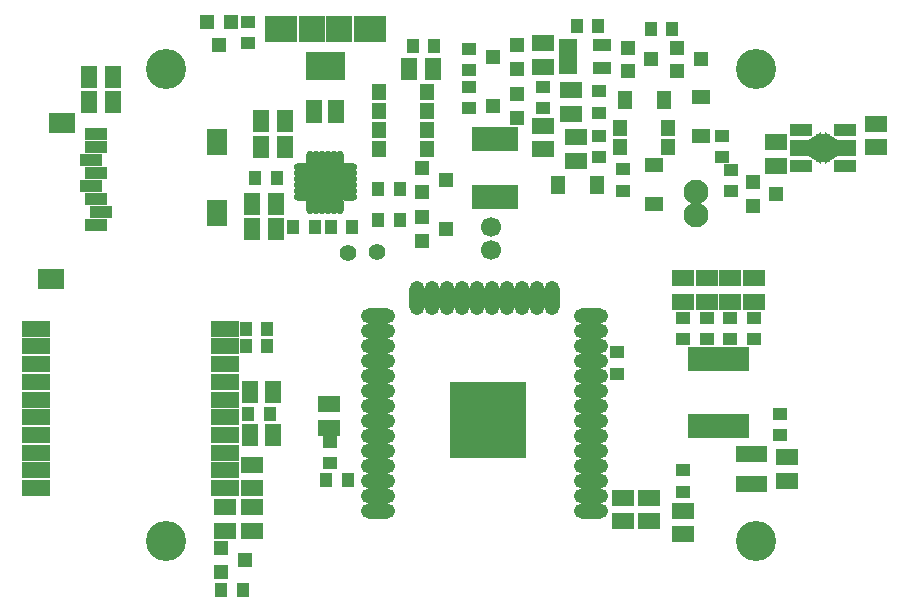
<source format=gbr>
G04 #@! TF.GenerationSoftware,KiCad,Pcbnew,(2017-11-24 revision a01d81e4b)-makepkg*
G04 #@! TF.CreationDate,2017-12-10T21:28:38-05:00*
G04 #@! TF.ProjectId,processor,70726F636573736F722E6B696361645F,rev?*
G04 #@! TF.SameCoordinates,Original*
G04 #@! TF.FileFunction,Soldermask,Top*
G04 #@! TF.FilePolarity,Negative*
%FSLAX46Y46*%
G04 Gerber Fmt 4.6, Leading zero omitted, Abs format (unit mm)*
G04 Created by KiCad (PCBNEW (2017-11-24 revision a01d81e4b)-makepkg) date 12/10/17 21:28:38*
%MOMM*%
%LPD*%
G01*
G04 APERTURE LIST*
%ADD10R,2.300000X1.800000*%
%ADD11R,1.800000X2.200000*%
%ADD12R,1.900000X1.100000*%
%ADD13O,0.650000X1.400000*%
%ADD14O,1.400000X0.650000*%
%ADD15R,2.850000X2.850000*%
%ADD16R,1.400000X1.900000*%
%ADD17C,3.400000*%
%ADD18R,0.750000X2.000000*%
%ADD19R,0.750000X1.400000*%
%ADD20C,1.400000*%
%ADD21O,2.900000X1.300000*%
%ADD22O,1.300000X2.900000*%
%ADD23R,6.400000X6.400000*%
%ADD24R,1.300000X1.100000*%
%ADD25R,1.100000X1.300000*%
%ADD26R,1.300000X1.200000*%
%ADD27R,1.300000X1.400000*%
%ADD28R,1.400000X0.800000*%
%ADD29R,0.800000X2.400000*%
%ADD30R,2.200000X2.300000*%
%ADD31R,2.700000X2.300000*%
%ADD32R,1.300000X1.600000*%
%ADD33R,1.600000X1.300000*%
%ADD34R,3.900000X2.000000*%
%ADD35C,1.700000*%
%ADD36C,2.100000*%
%ADD37R,1.500000X1.000000*%
%ADD38C,1.150000*%
%ADD39C,1.000000*%
%ADD40R,1.900000X1.400000*%
%ADD41R,1.200000X2.400000*%
%ADD42R,2.400000X1.400000*%
%ADD43R,1.200000X1.300000*%
G04 APERTURE END LIST*
D10*
X3700000Y-9600000D03*
X2800000Y-22800000D03*
D11*
X16800000Y-11200000D03*
X16800000Y-17200000D03*
D12*
X6600000Y-10500000D03*
X6600000Y-11600000D03*
X6200000Y-12700000D03*
X6600000Y-13800000D03*
X6200000Y-14900000D03*
X6600000Y-16000000D03*
X7000000Y-17100000D03*
X6600000Y-18200000D03*
D13*
X27250000Y-12600000D03*
X26750000Y-12600000D03*
X26250000Y-12600000D03*
X25750000Y-12600000D03*
X25250000Y-12600000D03*
X24750000Y-12600000D03*
D14*
X24000000Y-13350000D03*
X24000000Y-13850000D03*
X24000000Y-14350000D03*
X24000000Y-14850000D03*
X24000000Y-15350000D03*
X24000000Y-15850000D03*
D13*
X24750000Y-16600000D03*
X25250000Y-16600000D03*
X25750000Y-16600000D03*
X26250000Y-16600000D03*
X26750000Y-16600000D03*
X27250000Y-16600000D03*
D14*
X28000000Y-15850000D03*
X28000000Y-15350000D03*
X28000000Y-14850000D03*
X28000000Y-14350000D03*
X28000000Y-13850000D03*
X28000000Y-13350000D03*
D15*
X26000000Y-14600000D03*
D16*
X6000000Y-5700000D03*
X8000000Y-5700000D03*
D17*
X12500000Y-5000000D03*
D18*
X61575000Y-35200000D03*
X61575000Y-29600000D03*
X60925000Y-35200000D03*
X60925000Y-29600000D03*
X60275000Y-35200000D03*
X60275000Y-29600000D03*
X59625000Y-35200000D03*
X59625000Y-29600000D03*
X58975000Y-35200000D03*
X58975000Y-29600000D03*
X58325000Y-35200000D03*
X58325000Y-29600000D03*
X57675000Y-35200000D03*
X57675000Y-29600000D03*
X57025000Y-35200000D03*
X57025000Y-29600000D03*
D19*
X63075000Y-40150000D03*
X62425000Y-40150000D03*
X61775000Y-40150000D03*
X61125000Y-40150000D03*
X61125000Y-37650000D03*
X61775000Y-37650000D03*
X62425000Y-37650000D03*
X63075000Y-37650000D03*
D20*
X30400000Y-20500000D03*
D21*
X30500000Y-42400000D03*
X30500000Y-41130000D03*
X30500000Y-39860000D03*
X30500000Y-38590000D03*
X30500000Y-37320000D03*
X30500000Y-36050000D03*
X30500000Y-34780000D03*
X30500000Y-33510000D03*
X30500000Y-32240000D03*
X30500000Y-30970000D03*
X30500000Y-29700000D03*
X30500000Y-28430000D03*
X30500000Y-27160000D03*
X30500000Y-25890000D03*
D22*
X33785000Y-24400000D03*
X35055000Y-24400000D03*
X36325000Y-24400000D03*
X37595000Y-24400000D03*
X38865000Y-24400000D03*
X40135000Y-24400000D03*
X41405000Y-24400000D03*
X42675000Y-24400000D03*
X43945000Y-24400000D03*
X45215000Y-24400000D03*
D21*
X48500000Y-25890000D03*
X48500000Y-27160000D03*
X48500000Y-28430000D03*
X48500000Y-29700000D03*
X48500000Y-30970000D03*
X48500000Y-32240000D03*
X48500000Y-33510000D03*
X48500000Y-34780000D03*
X48500000Y-36050000D03*
X48500000Y-37320000D03*
X48500000Y-38590000D03*
X48500000Y-39860000D03*
X48500000Y-41130000D03*
X48500000Y-42400000D03*
D23*
X39800000Y-34700000D03*
D24*
X50700000Y-29000000D03*
X50700000Y-30800000D03*
D17*
X62500000Y-45000000D03*
D25*
X17200000Y-49100000D03*
X19000000Y-49100000D03*
D26*
X17200000Y-45600000D03*
X17200000Y-47600000D03*
X19200000Y-46600000D03*
D17*
X12500000Y-45000000D03*
D27*
X30550000Y-7000000D03*
X34649999Y-7000000D03*
X34649999Y-8600000D03*
X30550000Y-8600000D03*
X34650000Y-11800000D03*
X30550001Y-11800000D03*
X30550001Y-10200000D03*
X34650000Y-10200000D03*
D20*
X27900000Y-20600000D03*
D28*
X25050000Y-8600000D03*
X26950000Y-9250000D03*
X26950000Y-7950000D03*
X26950000Y-8600000D03*
X25050000Y-7950000D03*
X25050000Y-9250000D03*
D29*
X27350000Y-4750000D03*
X26700000Y-4750000D03*
X26050000Y-4750000D03*
X25400000Y-4750000D03*
X24750000Y-4750000D03*
D30*
X27200000Y-1600000D03*
D31*
X29800000Y-1600000D03*
X22300000Y-1600000D03*
D30*
X24900000Y-1600000D03*
D32*
X49050000Y-14800000D03*
X45750000Y-14800000D03*
D33*
X57800000Y-10650000D03*
X57800000Y-7350000D03*
D34*
X40400000Y-10960000D03*
X40400000Y-15840000D03*
D35*
X40000000Y-20300000D03*
X40000000Y-18400000D03*
D36*
X57400000Y-17400000D03*
X57400000Y-15400000D03*
D37*
X46600000Y-3000000D03*
X46600000Y-3950000D03*
X46600000Y-4900000D03*
X49400000Y-4900000D03*
X49400000Y-3000000D03*
D38*
X68925000Y-11700000D03*
D39*
G36*
X68350000Y-10326297D02*
X69500000Y-11092963D01*
X69500000Y-12307037D01*
X68350000Y-13073703D01*
X68350000Y-10326297D01*
X68350000Y-10326297D01*
G37*
D12*
X70000000Y-10200000D03*
X70000000Y-13200000D03*
X66300000Y-10200000D03*
D40*
X66300000Y-11700000D03*
D12*
X66300000Y-13200000D03*
D40*
X70000000Y-11700000D03*
D38*
X67375000Y-11700000D03*
D39*
G36*
X67950000Y-13073703D02*
X66800000Y-12307037D01*
X66800000Y-11092963D01*
X67950000Y-10326297D01*
X67950000Y-13073703D01*
X67950000Y-13073703D01*
G37*
D41*
X68150000Y-11700000D03*
D27*
X55050000Y-11600000D03*
X50950001Y-11600000D03*
X50950001Y-10000000D03*
X55050000Y-10000000D03*
D42*
X17500000Y-27000000D03*
X17500000Y-28500000D03*
X17500000Y-30000000D03*
X17500000Y-31500000D03*
X17500000Y-33000000D03*
X17500000Y-34500000D03*
X17500000Y-36000000D03*
X17500000Y-37500000D03*
X17500000Y-39000000D03*
X17500000Y-40500000D03*
X17500000Y-40500000D03*
X17500000Y-39000000D03*
X17500000Y-37500000D03*
X17500000Y-36000000D03*
X17500000Y-34500000D03*
X17500000Y-33000000D03*
X17500000Y-31500000D03*
X17500000Y-30000000D03*
X17500000Y-28500000D03*
X17500000Y-27000000D03*
X1500000Y-27000000D03*
X1500000Y-28500000D03*
X1500000Y-30000000D03*
X1500000Y-31500000D03*
X1500000Y-33000000D03*
X1500000Y-34500000D03*
X1500000Y-36000000D03*
X1500000Y-37500000D03*
X1500000Y-39000000D03*
X1500000Y-40500000D03*
D32*
X51350000Y-7600000D03*
X54650000Y-7600000D03*
D17*
X62500000Y-5000000D03*
D33*
X53800000Y-13150000D03*
X53800000Y-16450000D03*
D40*
X17500000Y-42100000D03*
X17500000Y-44100000D03*
X46800000Y-6800000D03*
X46800000Y-8800000D03*
X47200000Y-12800000D03*
X47200000Y-10800000D03*
X44400000Y-9800000D03*
X44400000Y-11800000D03*
X51200000Y-41300000D03*
X51200000Y-43300000D03*
X19800000Y-42100000D03*
X19800000Y-44100000D03*
D16*
X6000000Y-7800000D03*
X8000000Y-7800000D03*
X19600000Y-36000000D03*
X21600000Y-36000000D03*
D40*
X19800000Y-40500000D03*
X19800000Y-38500000D03*
X65100000Y-37900000D03*
X65100000Y-39900000D03*
X53400000Y-41300000D03*
X53400000Y-43300000D03*
D16*
X33100000Y-5000000D03*
X35100000Y-5000000D03*
D40*
X72600000Y-9650000D03*
X72600000Y-11650000D03*
X64200000Y-13200000D03*
X64200000Y-11200000D03*
D16*
X22600000Y-11600000D03*
X20600000Y-11600000D03*
X22600000Y-9400000D03*
X20600000Y-9400000D03*
D40*
X56300000Y-44400000D03*
X56300000Y-42400000D03*
X58300000Y-22700000D03*
X58300000Y-24700000D03*
X62300000Y-22700000D03*
X62300000Y-24700000D03*
X60300000Y-22700000D03*
X60300000Y-24700000D03*
X56300000Y-22700000D03*
X56300000Y-24700000D03*
X26300000Y-33400000D03*
X26300000Y-35400000D03*
X44400000Y-2800000D03*
X44400000Y-4800000D03*
D16*
X19600000Y-32400000D03*
X21600000Y-32400000D03*
X19800000Y-16400000D03*
X21800000Y-16400000D03*
X19800000Y-18600000D03*
X21800000Y-18600000D03*
D24*
X59600000Y-10700000D03*
X59600000Y-12500000D03*
X19500000Y-2800000D03*
X19500000Y-1000000D03*
D25*
X21300000Y-34200000D03*
X19500000Y-34200000D03*
X21100000Y-27000000D03*
X19300000Y-27000000D03*
X21100000Y-28500000D03*
X19300000Y-28500000D03*
X55350000Y-1600000D03*
X53550000Y-1600000D03*
D24*
X49200000Y-10700000D03*
X49200000Y-12500000D03*
X44400000Y-8300000D03*
X44400000Y-6500000D03*
X38200000Y-3300000D03*
X38200000Y-5100000D03*
X38200000Y-8300000D03*
X38200000Y-6500000D03*
X56300000Y-27900000D03*
X56300000Y-26100000D03*
X60300000Y-27900000D03*
X60300000Y-26100000D03*
X62300000Y-27900000D03*
X62300000Y-26100000D03*
X58300000Y-27900000D03*
X58300000Y-26100000D03*
X56300000Y-39000000D03*
X56300000Y-40800000D03*
X26400000Y-38400000D03*
X26400000Y-36600000D03*
X64500000Y-34200000D03*
X64500000Y-36000000D03*
D25*
X26100000Y-39800000D03*
X27900000Y-39800000D03*
X35200000Y-3100000D03*
X33400000Y-3100000D03*
D24*
X49200000Y-6900000D03*
X49200000Y-8700000D03*
D25*
X47300000Y-1400000D03*
X49100000Y-1400000D03*
D24*
X51200000Y-13500000D03*
X51200000Y-15300000D03*
X60400000Y-15350000D03*
X60400000Y-13550000D03*
D25*
X21900000Y-14200000D03*
X20100000Y-14200000D03*
X26500000Y-18400000D03*
X28300000Y-18400000D03*
X25100000Y-18400000D03*
X23300000Y-18400000D03*
X30500000Y-15200000D03*
X32300000Y-15200000D03*
X32300000Y-17800000D03*
X30500000Y-17800000D03*
D43*
X18000000Y-1000000D03*
X16000000Y-1000000D03*
X17000000Y-3000000D03*
D26*
X51600000Y-3200000D03*
X51600000Y-5200000D03*
X53600000Y-4200000D03*
X55800000Y-3200000D03*
X55800000Y-5200000D03*
X57800000Y-4200000D03*
X62200000Y-14600000D03*
X62200000Y-16600000D03*
X64200000Y-15600000D03*
X42200000Y-5000000D03*
X42200000Y-3000000D03*
X40200000Y-4000000D03*
X42200000Y-9150000D03*
X42200000Y-7150000D03*
X40200000Y-8150000D03*
X34200000Y-17550000D03*
X34200000Y-19550000D03*
X36200000Y-18550000D03*
X34200000Y-13400000D03*
X34200000Y-15400000D03*
X36200000Y-14400000D03*
M02*

</source>
